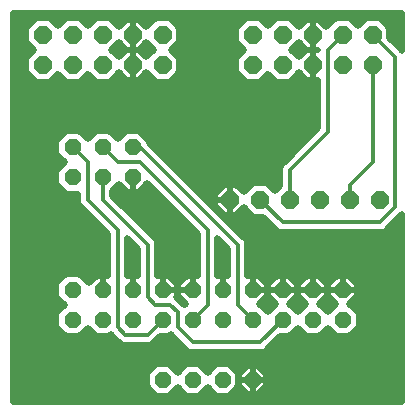
<source format=gbl>
G75*
%MOIN*%
%OFA0B0*%
%FSLAX25Y25*%
%IPPOS*%
%LPD*%
%AMOC8*
5,1,8,0,0,1.08239X$1,22.5*
%
%ADD10OC8,0.05600*%
%ADD11OC8,0.06000*%
%ADD12OC8,0.05200*%
%ADD13C,0.01200*%
%ADD14C,0.02000*%
D10*
X0037000Y0056300D03*
X0037000Y0066300D03*
X0047000Y0066300D03*
X0047000Y0056300D03*
X0057000Y0056300D03*
X0057000Y0066300D03*
X0067000Y0066300D03*
X0067000Y0056300D03*
X0077000Y0056300D03*
X0077000Y0066300D03*
X0087000Y0066300D03*
X0087000Y0056300D03*
X0097000Y0056300D03*
X0097000Y0066300D03*
X0107000Y0066300D03*
X0107000Y0056300D03*
X0117000Y0056300D03*
X0117000Y0066300D03*
X0127000Y0066300D03*
X0127000Y0056300D03*
X0057000Y0103800D03*
X0057000Y0113800D03*
X0047000Y0113800D03*
X0047000Y0103800D03*
X0037000Y0103800D03*
X0037000Y0113800D03*
D11*
X0037000Y0141300D03*
X0037000Y0151300D03*
X0027000Y0151300D03*
X0027000Y0141300D03*
X0047000Y0141300D03*
X0047000Y0151300D03*
X0057000Y0151300D03*
X0057000Y0141300D03*
X0067000Y0141300D03*
X0067000Y0151300D03*
X0097000Y0151300D03*
X0097000Y0141300D03*
X0107000Y0141300D03*
X0107000Y0151300D03*
X0117000Y0151300D03*
X0117000Y0141300D03*
X0127000Y0141300D03*
X0127000Y0151300D03*
X0137000Y0151300D03*
X0137000Y0141300D03*
X0139500Y0096300D03*
X0129500Y0096300D03*
X0119500Y0096300D03*
X0109500Y0096300D03*
X0099500Y0096300D03*
X0089500Y0096300D03*
D12*
X0087000Y0036300D03*
X0097000Y0036300D03*
X0077000Y0036300D03*
X0067000Y0036300D03*
D13*
X0077000Y0048800D02*
X0099500Y0048800D01*
X0107000Y0056300D01*
X0097000Y0056300D02*
X0092000Y0061300D01*
X0092000Y0081300D01*
X0059500Y0113800D01*
X0057000Y0113800D01*
X0059500Y0108800D02*
X0052000Y0108800D01*
X0047000Y0113800D01*
X0042000Y0108800D02*
X0037000Y0113800D01*
X0042000Y0108800D02*
X0042000Y0096300D01*
X0052000Y0086300D01*
X0052000Y0053800D01*
X0054500Y0051300D01*
X0062000Y0051300D01*
X0067000Y0056300D01*
X0064500Y0061300D02*
X0069500Y0061300D01*
X0072000Y0058800D01*
X0072000Y0056300D01*
X0072000Y0053800D01*
X0077000Y0048800D01*
X0077000Y0056300D02*
X0082000Y0061300D01*
X0082000Y0081300D01*
X0082000Y0086300D01*
X0059500Y0108800D01*
X0047000Y0103800D02*
X0047000Y0096300D01*
X0062000Y0081300D01*
X0062000Y0063800D01*
X0064500Y0061300D01*
X0099500Y0096300D02*
X0107000Y0088800D01*
X0139500Y0088800D01*
X0144500Y0093800D01*
X0144500Y0143800D01*
X0137000Y0151300D01*
X0137000Y0141300D02*
X0137000Y0108800D01*
X0129500Y0101300D01*
X0129500Y0096300D01*
X0109500Y0096300D02*
X0109500Y0106300D01*
X0122000Y0118800D01*
X0122000Y0146300D01*
X0127000Y0151300D01*
D14*
X0017100Y0158700D02*
X0017100Y0028900D01*
X0146900Y0028900D01*
X0146900Y0091675D01*
X0142213Y0086987D01*
X0141313Y0086087D01*
X0140137Y0085600D01*
X0106363Y0085600D01*
X0105187Y0086087D01*
X0100575Y0090700D01*
X0097180Y0090700D01*
X0094076Y0093805D01*
X0091571Y0091300D01*
X0089500Y0091300D01*
X0089500Y0096300D01*
X0089500Y0096300D01*
X0089500Y0101300D01*
X0091571Y0101300D01*
X0094076Y0098795D01*
X0097180Y0101900D01*
X0101820Y0101900D01*
X0104500Y0099220D01*
X0106300Y0101020D01*
X0106300Y0106937D01*
X0106787Y0108113D01*
X0107687Y0109013D01*
X0118800Y0120125D01*
X0118800Y0136300D01*
X0117000Y0136300D01*
X0117000Y0141300D01*
X0117000Y0141300D01*
X0117000Y0146300D01*
X0118800Y0146300D01*
X0118800Y0146300D01*
X0117000Y0146300D01*
X0117000Y0151300D01*
X0117000Y0151300D01*
X0117000Y0156300D01*
X0119071Y0156300D01*
X0121576Y0153795D01*
X0124680Y0156900D01*
X0129320Y0156900D01*
X0132000Y0154220D01*
X0134680Y0156900D01*
X0139320Y0156900D01*
X0142600Y0153620D01*
X0142600Y0150225D01*
X0146313Y0146513D01*
X0146313Y0146513D01*
X0146900Y0145925D01*
X0146900Y0158700D01*
X0017100Y0158700D01*
X0017100Y0158202D02*
X0146900Y0158202D01*
X0146900Y0156203D02*
X0140016Y0156203D01*
X0142015Y0154205D02*
X0146900Y0154205D01*
X0146900Y0152206D02*
X0142600Y0152206D01*
X0142618Y0150208D02*
X0146900Y0150208D01*
X0146900Y0148209D02*
X0144616Y0148209D01*
X0146615Y0146211D02*
X0146900Y0146211D01*
X0133984Y0156203D02*
X0130016Y0156203D01*
X0123984Y0156203D02*
X0119168Y0156203D01*
X0117000Y0156203D02*
X0117000Y0156203D01*
X0117000Y0156300D02*
X0114929Y0156300D01*
X0112424Y0153795D01*
X0109320Y0156900D01*
X0104680Y0156900D01*
X0102000Y0154220D01*
X0099320Y0156900D01*
X0094680Y0156900D01*
X0091400Y0153620D01*
X0091400Y0148980D01*
X0094080Y0146300D01*
X0091400Y0143620D01*
X0091400Y0138980D01*
X0094680Y0135700D01*
X0099320Y0135700D01*
X0102000Y0138380D01*
X0104680Y0135700D01*
X0109320Y0135700D01*
X0112424Y0138805D01*
X0114929Y0136300D01*
X0117000Y0136300D01*
X0117000Y0141300D01*
X0117000Y0141300D01*
X0117000Y0146300D01*
X0114929Y0146300D01*
X0112424Y0143795D01*
X0109920Y0146300D01*
X0112424Y0148805D01*
X0114929Y0146300D01*
X0117000Y0146300D01*
X0117000Y0151300D01*
X0117000Y0156300D01*
X0117000Y0154205D02*
X0117000Y0154205D01*
X0117000Y0152206D02*
X0117000Y0152206D01*
X0117000Y0151300D02*
X0117000Y0151300D01*
X0117000Y0150208D02*
X0117000Y0150208D01*
X0117000Y0148209D02*
X0117000Y0148209D01*
X0117000Y0146211D02*
X0117000Y0146211D01*
X0117000Y0144212D02*
X0117000Y0144212D01*
X0117000Y0142214D02*
X0117000Y0142214D01*
X0117000Y0140215D02*
X0117000Y0140215D01*
X0117000Y0138217D02*
X0117000Y0138217D01*
X0118800Y0136218D02*
X0109838Y0136218D01*
X0111836Y0138217D02*
X0113012Y0138217D01*
X0112841Y0144212D02*
X0112007Y0144212D01*
X0110009Y0146211D02*
X0114840Y0146211D01*
X0113020Y0148209D02*
X0111829Y0148209D01*
X0112015Y0154205D02*
X0112834Y0154205D01*
X0114832Y0156203D02*
X0110016Y0156203D01*
X0103984Y0156203D02*
X0100016Y0156203D01*
X0093984Y0156203D02*
X0070016Y0156203D01*
X0069320Y0156900D02*
X0064680Y0156900D01*
X0061576Y0153795D01*
X0059071Y0156300D01*
X0057000Y0156300D01*
X0057000Y0151300D01*
X0057000Y0151300D01*
X0057000Y0156300D01*
X0054929Y0156300D01*
X0052424Y0153795D01*
X0049320Y0156900D01*
X0044680Y0156900D01*
X0042000Y0154220D01*
X0039320Y0156900D01*
X0034680Y0156900D01*
X0032000Y0154220D01*
X0029320Y0156900D01*
X0024680Y0156900D01*
X0021400Y0153620D01*
X0021400Y0148980D01*
X0024080Y0146300D01*
X0021400Y0143620D01*
X0021400Y0138980D01*
X0024680Y0135700D01*
X0029320Y0135700D01*
X0032000Y0138380D01*
X0034680Y0135700D01*
X0039320Y0135700D01*
X0042000Y0138380D01*
X0044680Y0135700D01*
X0049320Y0135700D01*
X0052424Y0138805D01*
X0054929Y0136300D01*
X0057000Y0136300D01*
X0059071Y0136300D01*
X0061576Y0138805D01*
X0064680Y0135700D01*
X0069320Y0135700D01*
X0072600Y0138980D01*
X0072600Y0143620D01*
X0069920Y0146300D01*
X0072600Y0148980D01*
X0072600Y0153620D01*
X0069320Y0156900D01*
X0072015Y0154205D02*
X0091985Y0154205D01*
X0091400Y0152206D02*
X0072600Y0152206D01*
X0072600Y0150208D02*
X0091400Y0150208D01*
X0092171Y0148209D02*
X0071829Y0148209D01*
X0070009Y0146211D02*
X0093991Y0146211D01*
X0091993Y0144212D02*
X0072007Y0144212D01*
X0072600Y0142214D02*
X0091400Y0142214D01*
X0091400Y0140215D02*
X0072600Y0140215D01*
X0071836Y0138217D02*
X0092164Y0138217D01*
X0094162Y0136218D02*
X0069838Y0136218D01*
X0064162Y0136218D02*
X0049838Y0136218D01*
X0051836Y0138217D02*
X0053012Y0138217D01*
X0057000Y0138217D02*
X0057000Y0138217D01*
X0057000Y0136300D02*
X0057000Y0141300D01*
X0057000Y0141300D01*
X0057000Y0146300D01*
X0059071Y0146300D01*
X0061576Y0143795D01*
X0064080Y0146300D01*
X0061576Y0148805D01*
X0059071Y0146300D01*
X0057000Y0146300D01*
X0057000Y0151300D01*
X0057000Y0151300D01*
X0057000Y0146300D01*
X0054929Y0146300D01*
X0052424Y0143795D01*
X0049920Y0146300D01*
X0052424Y0148805D01*
X0054929Y0146300D01*
X0057000Y0146300D01*
X0057000Y0141300D01*
X0057000Y0136300D01*
X0057000Y0140215D02*
X0057000Y0140215D01*
X0057000Y0141300D02*
X0057000Y0141300D01*
X0057000Y0142214D02*
X0057000Y0142214D01*
X0057000Y0144212D02*
X0057000Y0144212D01*
X0057000Y0146211D02*
X0057000Y0146211D01*
X0054840Y0146211D02*
X0050009Y0146211D01*
X0052007Y0144212D02*
X0052841Y0144212D01*
X0053020Y0148209D02*
X0051829Y0148209D01*
X0057000Y0148209D02*
X0057000Y0148209D01*
X0057000Y0150208D02*
X0057000Y0150208D01*
X0057000Y0152206D02*
X0057000Y0152206D01*
X0057000Y0154205D02*
X0057000Y0154205D01*
X0057000Y0156203D02*
X0057000Y0156203D01*
X0054832Y0156203D02*
X0050016Y0156203D01*
X0052015Y0154205D02*
X0052834Y0154205D01*
X0059168Y0156203D02*
X0063984Y0156203D01*
X0061985Y0154205D02*
X0061166Y0154205D01*
X0060980Y0148209D02*
X0062171Y0148209D01*
X0063991Y0146211D02*
X0059160Y0146211D01*
X0061159Y0144212D02*
X0061993Y0144212D01*
X0062164Y0138217D02*
X0060988Y0138217D01*
X0059237Y0119200D02*
X0054763Y0119200D01*
X0052000Y0116437D01*
X0049237Y0119200D01*
X0044763Y0119200D01*
X0042000Y0116437D01*
X0039237Y0119200D01*
X0034763Y0119200D01*
X0031600Y0116037D01*
X0031600Y0111563D01*
X0034363Y0108800D01*
X0031600Y0106037D01*
X0031600Y0101563D01*
X0034763Y0098400D01*
X0038800Y0098400D01*
X0038800Y0095663D01*
X0039287Y0094487D01*
X0040187Y0093587D01*
X0048800Y0084975D01*
X0048800Y0071100D01*
X0047000Y0071100D01*
X0047000Y0066300D01*
X0047000Y0066300D01*
X0047000Y0071100D01*
X0045012Y0071100D01*
X0042400Y0068488D01*
X0042400Y0068537D01*
X0039237Y0071700D01*
X0034763Y0071700D01*
X0031600Y0068537D01*
X0031600Y0064063D01*
X0034363Y0061300D01*
X0031600Y0058537D01*
X0031600Y0054063D01*
X0034763Y0050900D01*
X0039237Y0050900D01*
X0042000Y0053663D01*
X0044763Y0050900D01*
X0049237Y0050900D01*
X0049806Y0051469D01*
X0050187Y0051087D01*
X0052687Y0048587D01*
X0053863Y0048100D01*
X0062637Y0048100D01*
X0063813Y0048587D01*
X0064713Y0049487D01*
X0066125Y0050900D01*
X0069237Y0050900D01*
X0069806Y0051469D01*
X0070187Y0051087D01*
X0074287Y0046987D01*
X0075187Y0046087D01*
X0076363Y0045600D01*
X0100137Y0045600D01*
X0101313Y0046087D01*
X0102213Y0046987D01*
X0102213Y0046987D01*
X0106125Y0050900D01*
X0109237Y0050900D01*
X0112000Y0053663D01*
X0114763Y0050900D01*
X0119237Y0050900D01*
X0122000Y0053663D01*
X0124763Y0050900D01*
X0129237Y0050900D01*
X0132400Y0054063D01*
X0132400Y0058537D01*
X0129237Y0061700D01*
X0129188Y0061700D01*
X0131800Y0064312D01*
X0131800Y0066300D01*
X0131800Y0068288D01*
X0128988Y0071100D01*
X0127000Y0071100D01*
X0127000Y0066300D01*
X0131800Y0066300D01*
X0127000Y0066300D01*
X0127000Y0066300D01*
X0127000Y0066300D01*
X0127000Y0066300D01*
X0122200Y0066300D01*
X0122200Y0068288D01*
X0125012Y0071100D01*
X0127000Y0071100D01*
X0127000Y0066300D01*
X0122200Y0066300D01*
X0122200Y0064312D01*
X0124812Y0061700D01*
X0124763Y0061700D01*
X0122000Y0058937D01*
X0119237Y0061700D01*
X0119188Y0061700D01*
X0121800Y0064312D01*
X0121800Y0066300D01*
X0121800Y0068288D01*
X0118988Y0071100D01*
X0117000Y0071100D01*
X0117000Y0066300D01*
X0117000Y0066300D01*
X0121800Y0066300D01*
X0117000Y0066300D01*
X0117000Y0066300D01*
X0117000Y0066300D01*
X0112200Y0066300D01*
X0112200Y0068288D01*
X0115012Y0071100D01*
X0117000Y0071100D01*
X0117000Y0066300D01*
X0112200Y0066300D01*
X0112200Y0064312D01*
X0114812Y0061700D01*
X0114763Y0061700D01*
X0112000Y0058937D01*
X0109237Y0061700D01*
X0109188Y0061700D01*
X0111800Y0064312D01*
X0111800Y0066300D01*
X0111800Y0068288D01*
X0108988Y0071100D01*
X0107000Y0071100D01*
X0107000Y0066300D01*
X0107000Y0066300D01*
X0111800Y0066300D01*
X0107000Y0066300D01*
X0107000Y0066300D01*
X0107000Y0066300D01*
X0102200Y0066300D01*
X0102200Y0068288D01*
X0105012Y0071100D01*
X0107000Y0071100D01*
X0107000Y0066300D01*
X0102200Y0066300D01*
X0102200Y0064312D01*
X0104812Y0061700D01*
X0104763Y0061700D01*
X0102000Y0058937D01*
X0099237Y0061700D01*
X0099188Y0061700D01*
X0101800Y0064312D01*
X0101800Y0066300D01*
X0101800Y0068288D01*
X0098988Y0071100D01*
X0097000Y0071100D01*
X0097000Y0066300D01*
X0097000Y0066300D01*
X0101800Y0066300D01*
X0097000Y0066300D01*
X0097000Y0066300D01*
X0097000Y0071100D01*
X0095200Y0071100D01*
X0095200Y0081937D01*
X0094713Y0083113D01*
X0093813Y0084013D01*
X0062400Y0115425D01*
X0062400Y0116037D01*
X0059237Y0119200D01*
X0060205Y0118232D02*
X0116906Y0118232D01*
X0118800Y0120230D02*
X0017100Y0120230D01*
X0017100Y0118232D02*
X0033795Y0118232D01*
X0031796Y0116233D02*
X0017100Y0116233D01*
X0017100Y0114234D02*
X0031600Y0114234D01*
X0031600Y0112236D02*
X0017100Y0112236D01*
X0017100Y0110237D02*
X0032926Y0110237D01*
X0033802Y0108239D02*
X0017100Y0108239D01*
X0017100Y0106240D02*
X0031804Y0106240D01*
X0031600Y0104242D02*
X0017100Y0104242D01*
X0017100Y0102243D02*
X0031600Y0102243D01*
X0032918Y0100245D02*
X0017100Y0100245D01*
X0017100Y0098246D02*
X0038800Y0098246D01*
X0038800Y0096248D02*
X0017100Y0096248D01*
X0017100Y0094249D02*
X0039525Y0094249D01*
X0041524Y0092251D02*
X0017100Y0092251D01*
X0017100Y0090252D02*
X0043522Y0090252D01*
X0045521Y0088254D02*
X0017100Y0088254D01*
X0017100Y0086255D02*
X0047519Y0086255D01*
X0048800Y0084257D02*
X0017100Y0084257D01*
X0017100Y0082258D02*
X0048800Y0082258D01*
X0048800Y0080260D02*
X0017100Y0080260D01*
X0017100Y0078261D02*
X0048800Y0078261D01*
X0048800Y0076263D02*
X0017100Y0076263D01*
X0017100Y0074264D02*
X0048800Y0074264D01*
X0048800Y0072266D02*
X0017100Y0072266D01*
X0017100Y0070267D02*
X0033331Y0070267D01*
X0031600Y0068269D02*
X0017100Y0068269D01*
X0017100Y0066270D02*
X0031600Y0066270D01*
X0031600Y0064272D02*
X0017100Y0064272D01*
X0017100Y0062273D02*
X0033390Y0062273D01*
X0033338Y0060275D02*
X0017100Y0060275D01*
X0017100Y0058276D02*
X0031600Y0058276D01*
X0031600Y0056278D02*
X0017100Y0056278D01*
X0017100Y0054279D02*
X0031600Y0054279D01*
X0033383Y0052281D02*
X0017100Y0052281D01*
X0017100Y0050282D02*
X0050992Y0050282D01*
X0053420Y0048284D02*
X0017100Y0048284D01*
X0017100Y0046285D02*
X0074989Y0046285D01*
X0074287Y0046987D02*
X0074287Y0046987D01*
X0072991Y0048284D02*
X0063080Y0048284D01*
X0065508Y0050282D02*
X0070992Y0050282D01*
X0069154Y0041500D02*
X0064846Y0041500D01*
X0061800Y0038454D01*
X0061800Y0034146D01*
X0064846Y0031100D01*
X0069154Y0031100D01*
X0072000Y0033946D01*
X0074846Y0031100D01*
X0079154Y0031100D01*
X0082000Y0033946D01*
X0084846Y0031100D01*
X0089154Y0031100D01*
X0092200Y0034146D01*
X0092200Y0038454D01*
X0089154Y0041500D01*
X0084846Y0041500D01*
X0082000Y0038654D01*
X0079154Y0041500D01*
X0074846Y0041500D01*
X0072000Y0038654D01*
X0069154Y0041500D01*
X0070364Y0040290D02*
X0073636Y0040290D01*
X0073651Y0032296D02*
X0070349Y0032296D01*
X0063651Y0032296D02*
X0017100Y0032296D01*
X0017100Y0034294D02*
X0061800Y0034294D01*
X0061800Y0036293D02*
X0017100Y0036293D01*
X0017100Y0038291D02*
X0061800Y0038291D01*
X0063636Y0040290D02*
X0017100Y0040290D01*
X0017100Y0042288D02*
X0146900Y0042288D01*
X0146900Y0040290D02*
X0099516Y0040290D01*
X0098905Y0040900D02*
X0097000Y0040900D01*
X0097000Y0036300D01*
X0097000Y0036300D01*
X0101600Y0036300D01*
X0101600Y0038205D01*
X0098905Y0040900D01*
X0097000Y0040900D02*
X0095095Y0040900D01*
X0092400Y0038205D01*
X0092400Y0036300D01*
X0097000Y0036300D01*
X0097000Y0036300D01*
X0097000Y0036300D01*
X0097000Y0040900D01*
X0097000Y0040290D02*
X0097000Y0040290D01*
X0097000Y0038291D02*
X0097000Y0038291D01*
X0097000Y0036300D02*
X0092400Y0036300D01*
X0092400Y0034395D01*
X0095095Y0031700D01*
X0097000Y0031700D01*
X0098905Y0031700D01*
X0101600Y0034395D01*
X0101600Y0036300D01*
X0097000Y0036300D01*
X0097000Y0031700D01*
X0097000Y0036300D01*
X0097000Y0036300D01*
X0097000Y0036293D02*
X0097000Y0036293D01*
X0097000Y0034294D02*
X0097000Y0034294D01*
X0097000Y0032296D02*
X0097000Y0032296D01*
X0099501Y0032296D02*
X0146900Y0032296D01*
X0146900Y0034294D02*
X0101499Y0034294D01*
X0101600Y0036293D02*
X0146900Y0036293D01*
X0146900Y0038291D02*
X0101514Y0038291D01*
X0094484Y0040290D02*
X0090364Y0040290D01*
X0092200Y0038291D02*
X0092486Y0038291D01*
X0092400Y0036293D02*
X0092200Y0036293D01*
X0092200Y0034294D02*
X0092501Y0034294D01*
X0094499Y0032296D02*
X0090349Y0032296D01*
X0083651Y0032296D02*
X0080349Y0032296D01*
X0080364Y0040290D02*
X0083636Y0040290D01*
X0101511Y0046285D02*
X0146900Y0046285D01*
X0146900Y0044287D02*
X0017100Y0044287D01*
X0017100Y0030297D02*
X0146900Y0030297D01*
X0146900Y0048284D02*
X0103509Y0048284D01*
X0105508Y0050282D02*
X0146900Y0050282D01*
X0146900Y0052281D02*
X0130617Y0052281D01*
X0132400Y0054279D02*
X0146900Y0054279D01*
X0146900Y0056278D02*
X0132400Y0056278D01*
X0132400Y0058276D02*
X0146900Y0058276D01*
X0146900Y0060275D02*
X0130662Y0060275D01*
X0129761Y0062273D02*
X0146900Y0062273D01*
X0146900Y0064272D02*
X0131760Y0064272D01*
X0131800Y0066270D02*
X0146900Y0066270D01*
X0146900Y0068269D02*
X0131800Y0068269D01*
X0129821Y0070267D02*
X0146900Y0070267D01*
X0146900Y0072266D02*
X0095200Y0072266D01*
X0095200Y0074264D02*
X0146900Y0074264D01*
X0146900Y0076263D02*
X0095200Y0076263D01*
X0095200Y0078261D02*
X0146900Y0078261D01*
X0146900Y0080260D02*
X0095200Y0080260D01*
X0095067Y0082258D02*
X0146900Y0082258D01*
X0146900Y0084257D02*
X0093569Y0084257D01*
X0091570Y0086255D02*
X0105019Y0086255D01*
X0103021Y0088254D02*
X0089572Y0088254D01*
X0087573Y0090252D02*
X0101022Y0090252D01*
X0095630Y0092251D02*
X0092522Y0092251D01*
X0089500Y0092251D02*
X0089500Y0092251D01*
X0089500Y0091300D02*
X0087429Y0091300D01*
X0084500Y0094229D01*
X0084500Y0096300D01*
X0089500Y0096300D01*
X0089500Y0096300D01*
X0089500Y0096300D01*
X0089500Y0101300D01*
X0087429Y0101300D01*
X0084500Y0098371D01*
X0084500Y0096300D01*
X0089500Y0096300D01*
X0089500Y0091300D01*
X0089500Y0094249D02*
X0089500Y0094249D01*
X0089500Y0096248D02*
X0089500Y0096248D01*
X0089500Y0098246D02*
X0089500Y0098246D01*
X0089500Y0100245D02*
X0089500Y0100245D01*
X0092626Y0100245D02*
X0095525Y0100245D01*
X0103475Y0100245D02*
X0105525Y0100245D01*
X0106300Y0102243D02*
X0075582Y0102243D01*
X0077581Y0100245D02*
X0086374Y0100245D01*
X0084500Y0098246D02*
X0079579Y0098246D01*
X0081578Y0096248D02*
X0084500Y0096248D01*
X0084500Y0094249D02*
X0083576Y0094249D01*
X0085575Y0092251D02*
X0086478Y0092251D01*
X0078800Y0084975D02*
X0078800Y0071100D01*
X0077000Y0071100D01*
X0077000Y0066300D01*
X0077000Y0066300D01*
X0077000Y0066300D01*
X0072200Y0066300D01*
X0072200Y0068288D01*
X0075012Y0071100D01*
X0077000Y0071100D01*
X0077000Y0066300D01*
X0072200Y0066300D01*
X0072200Y0064312D01*
X0074812Y0061700D01*
X0074763Y0061700D01*
X0074194Y0061131D01*
X0071407Y0063919D01*
X0071800Y0064312D01*
X0071800Y0066300D01*
X0071800Y0068288D01*
X0068988Y0071100D01*
X0067000Y0071100D01*
X0067000Y0066300D01*
X0067000Y0066300D01*
X0071800Y0066300D01*
X0067000Y0066300D01*
X0067000Y0066300D01*
X0067000Y0071100D01*
X0065200Y0071100D01*
X0065200Y0081937D01*
X0064713Y0083113D01*
X0050200Y0097625D01*
X0050200Y0099363D01*
X0052400Y0101563D01*
X0052400Y0101612D01*
X0055012Y0099000D01*
X0057000Y0099000D01*
X0058988Y0099000D01*
X0061800Y0101812D01*
X0061800Y0101975D01*
X0078800Y0084975D01*
X0078800Y0084257D02*
X0063569Y0084257D01*
X0065067Y0082258D02*
X0078800Y0082258D01*
X0078800Y0080260D02*
X0065200Y0080260D01*
X0065200Y0078261D02*
X0078800Y0078261D01*
X0078800Y0076263D02*
X0065200Y0076263D01*
X0065200Y0074264D02*
X0078800Y0074264D01*
X0078800Y0072266D02*
X0065200Y0072266D01*
X0067000Y0070267D02*
X0067000Y0070267D01*
X0067000Y0068269D02*
X0067000Y0068269D01*
X0069821Y0070267D02*
X0074179Y0070267D01*
X0072200Y0068269D02*
X0071800Y0068269D01*
X0071800Y0066270D02*
X0072200Y0066270D01*
X0072240Y0064272D02*
X0071760Y0064272D01*
X0073052Y0062273D02*
X0074239Y0062273D01*
X0077000Y0068269D02*
X0077000Y0068269D01*
X0077000Y0070267D02*
X0077000Y0070267D01*
X0085200Y0071100D02*
X0085200Y0083575D01*
X0088800Y0079975D01*
X0088800Y0071100D01*
X0087000Y0071100D01*
X0087000Y0066300D01*
X0087000Y0066300D01*
X0087000Y0071100D01*
X0085200Y0071100D01*
X0085200Y0072266D02*
X0088800Y0072266D01*
X0088800Y0074264D02*
X0085200Y0074264D01*
X0085200Y0076263D02*
X0088800Y0076263D01*
X0088800Y0078261D02*
X0085200Y0078261D01*
X0085200Y0080260D02*
X0088515Y0080260D01*
X0086516Y0082258D02*
X0085200Y0082258D01*
X0077519Y0086255D02*
X0061570Y0086255D01*
X0059572Y0088254D02*
X0075521Y0088254D01*
X0073522Y0090252D02*
X0057573Y0090252D01*
X0055575Y0092251D02*
X0071524Y0092251D01*
X0069525Y0094249D02*
X0053576Y0094249D01*
X0051578Y0096248D02*
X0067527Y0096248D01*
X0065528Y0098246D02*
X0050200Y0098246D01*
X0051082Y0100245D02*
X0053767Y0100245D01*
X0057000Y0100245D02*
X0057000Y0100245D01*
X0057000Y0099000D02*
X0057000Y0103800D01*
X0057000Y0103800D01*
X0057000Y0099000D01*
X0057000Y0102243D02*
X0057000Y0102243D01*
X0060233Y0100245D02*
X0063530Y0100245D01*
X0069587Y0108239D02*
X0106913Y0108239D01*
X0106300Y0106240D02*
X0071585Y0106240D01*
X0073584Y0104242D02*
X0106300Y0104242D01*
X0108912Y0110237D02*
X0067588Y0110237D01*
X0065589Y0112236D02*
X0110911Y0112236D01*
X0112909Y0114234D02*
X0063591Y0114234D01*
X0062204Y0116233D02*
X0114908Y0116233D01*
X0118800Y0122229D02*
X0017100Y0122229D01*
X0017100Y0124227D02*
X0118800Y0124227D01*
X0118800Y0126226D02*
X0017100Y0126226D01*
X0017100Y0128224D02*
X0118800Y0128224D01*
X0118800Y0130223D02*
X0017100Y0130223D01*
X0017100Y0132221D02*
X0118800Y0132221D01*
X0118800Y0134220D02*
X0017100Y0134220D01*
X0017100Y0136218D02*
X0024162Y0136218D01*
X0022164Y0138217D02*
X0017100Y0138217D01*
X0017100Y0140215D02*
X0021400Y0140215D01*
X0021400Y0142214D02*
X0017100Y0142214D01*
X0017100Y0144212D02*
X0021993Y0144212D01*
X0023991Y0146211D02*
X0017100Y0146211D01*
X0017100Y0148209D02*
X0022171Y0148209D01*
X0021400Y0150208D02*
X0017100Y0150208D01*
X0017100Y0152206D02*
X0021400Y0152206D01*
X0021985Y0154205D02*
X0017100Y0154205D01*
X0017100Y0156203D02*
X0023984Y0156203D01*
X0030016Y0156203D02*
X0033984Y0156203D01*
X0040016Y0156203D02*
X0043984Y0156203D01*
X0042164Y0138217D02*
X0041836Y0138217D01*
X0039838Y0136218D02*
X0044162Y0136218D01*
X0034162Y0136218D02*
X0029838Y0136218D01*
X0031836Y0138217D02*
X0032164Y0138217D01*
X0040205Y0118232D02*
X0043795Y0118232D01*
X0050205Y0118232D02*
X0053795Y0118232D01*
X0055200Y0083575D02*
X0058800Y0079975D01*
X0058800Y0071100D01*
X0057000Y0071100D01*
X0057000Y0066300D01*
X0057000Y0066300D01*
X0057000Y0071100D01*
X0055200Y0071100D01*
X0055200Y0083575D01*
X0055200Y0082258D02*
X0056516Y0082258D01*
X0055200Y0080260D02*
X0058515Y0080260D01*
X0058800Y0078261D02*
X0055200Y0078261D01*
X0055200Y0076263D02*
X0058800Y0076263D01*
X0058800Y0074264D02*
X0055200Y0074264D01*
X0055200Y0072266D02*
X0058800Y0072266D01*
X0057000Y0070267D02*
X0057000Y0070267D01*
X0057000Y0068269D02*
X0057000Y0068269D01*
X0047000Y0068269D02*
X0047000Y0068269D01*
X0047000Y0070267D02*
X0047000Y0070267D01*
X0044179Y0070267D02*
X0040669Y0070267D01*
X0040617Y0052281D02*
X0043383Y0052281D01*
X0087000Y0068269D02*
X0087000Y0068269D01*
X0087000Y0070267D02*
X0087000Y0070267D01*
X0097000Y0070267D02*
X0097000Y0070267D01*
X0097000Y0068269D02*
X0097000Y0068269D01*
X0099821Y0070267D02*
X0104179Y0070267D01*
X0102200Y0068269D02*
X0101800Y0068269D01*
X0101800Y0066270D02*
X0102200Y0066270D01*
X0102240Y0064272D02*
X0101760Y0064272D01*
X0099761Y0062273D02*
X0104239Y0062273D01*
X0103338Y0060275D02*
X0100662Y0060275D01*
X0107000Y0068269D02*
X0107000Y0068269D01*
X0107000Y0070267D02*
X0107000Y0070267D01*
X0109821Y0070267D02*
X0114179Y0070267D01*
X0112200Y0068269D02*
X0111800Y0068269D01*
X0111800Y0066270D02*
X0112200Y0066270D01*
X0112240Y0064272D02*
X0111760Y0064272D01*
X0109761Y0062273D02*
X0114239Y0062273D01*
X0113338Y0060275D02*
X0110662Y0060275D01*
X0117000Y0068269D02*
X0117000Y0068269D01*
X0117000Y0070267D02*
X0117000Y0070267D01*
X0119821Y0070267D02*
X0124179Y0070267D01*
X0122200Y0068269D02*
X0121800Y0068269D01*
X0121800Y0066270D02*
X0122200Y0066270D01*
X0122240Y0064272D02*
X0121760Y0064272D01*
X0119761Y0062273D02*
X0124239Y0062273D01*
X0123338Y0060275D02*
X0120662Y0060275D01*
X0127000Y0068269D02*
X0127000Y0068269D01*
X0127000Y0070267D02*
X0127000Y0070267D01*
X0141481Y0086255D02*
X0146900Y0086255D01*
X0146900Y0088254D02*
X0143479Y0088254D01*
X0145478Y0090252D02*
X0146900Y0090252D01*
X0123383Y0052281D02*
X0120617Y0052281D01*
X0113383Y0052281D02*
X0110617Y0052281D01*
X0104162Y0136218D02*
X0099838Y0136218D01*
X0101836Y0138217D02*
X0102164Y0138217D01*
X0121166Y0154205D02*
X0121985Y0154205D01*
M02*

</source>
